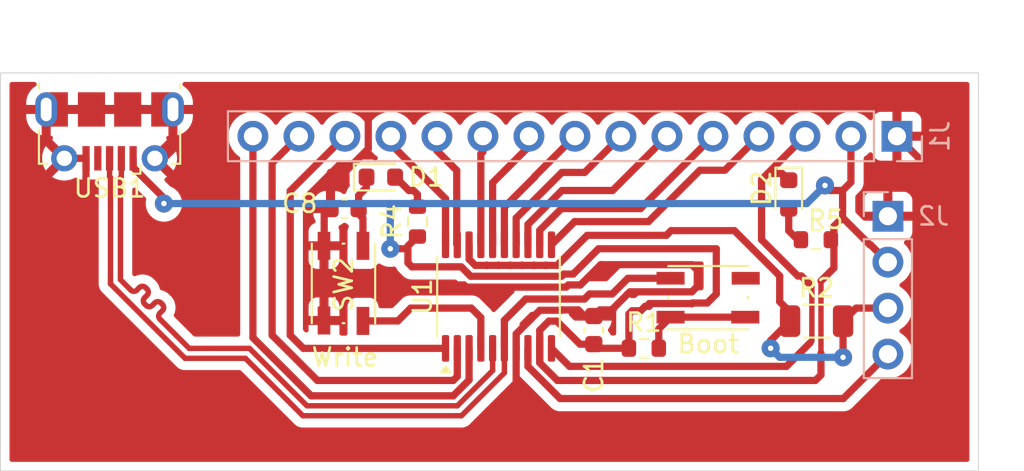
<source format=kicad_pcb>
(kicad_pcb (version 20241229) (generator "pcbnew") (generator_version "9.0")
  (layers (0 "F.Cu" signal) (2 "B.Cu" signal) (13 "F.Paste" user) (15 "B.Paste" user) (5 "F.SilkS" user "F.Silkscreen") (7 "B.SilkS" user "B.Silkscreen") (1 "F.Mask" user) (3 "B.Mask" user) (25 "Edge.Cuts" user))
  (net 0 "")
  (net 1 "A1")
  (net 2 "VCC")
  (net 3 "D7")
  (net 4 "D3")
  (net 5 "A2")
  (net 6 "A3")
  (net 7 "A0")
  (net 8 "D5")
  (net 9 "D4")
  (net 10 "D2")
  (net 11 "WRITE")
  (net 12 "GND")
  (net 13 "D0")
  (net 14 "D1")
  (net 15 "D6")
  (net 16 "D-")
  (net 18 "SWCLK")
  (net 19 "SWDIO")
  (net 20 "SW2")
  (net 21 "Net-(R1-Pad2)")
  (net 22 "Net-(D1-A)")
  (net 23 "Net-(D2-A)")
  (net 24 "D+")
  (footprint "Button4Pin:SW_Push_1P1T_NO_Vertical_4Pins" (layer "F.Cu") (at 56.05 25.705)
    (property "Reference" "SW1" (hide yes))
    (property "Value" "Boot" (at 0 2.55 0) (layer "F.SilkS"))
    (fp_line (start -2.2 0.05) (end -2.2 -0.05) (stroke (width 0.12)) (layer "F.SilkS"))
    (fp_line (start -2.2 1.75) (end 2.2 1.75) (stroke (width 0.12)) (layer "F.SilkS"))
    (fp_line (start 2.2 -1.75) (end -2.2 -1.75) (stroke (width 0.12)) (layer "F.SilkS"))
    (fp_line (start 2.2 0.05) (end 2.2 -0.05) (stroke (width 0.12)) (layer "F.SilkS"))
    (pad "1" smd rect (at -2.075 -1.075) (size 1.55 0.7) (layers "F.Cu" "F.Mask" "F.Paste") (net 24 "D+"))
    (pad "1" smd rect (at 2.075 -1.075) (size 1.55 0.7) (layers "F.Cu" "F.Mask" "F.Paste") (net 24 "D+"))
    (pad "2" smd rect (at -2.075 1.075) (size 1.55 0.7) (layers "F.Cu" "F.Mask" "F.Paste") (net 21 "Net-(R1-Pad2)"))
    (pad "2" smd rect (at 2.05 1.075) (size 1.55 0.7) (layers "F.Cu" "F.Mask" "F.Paste") (net 21 "Net-(R1-Pad2)"))
  )
  (footprint "Resistor_SMD:R_0603_1608Metric" (layer "F.Cu") (at 62 22.5 180)
    (property "Reference" "R5" (at -0.539716 1.113758 180) (layer "F.SilkS"))
    (property "Value" "1k")
    (fp_line (start -0.237258 0.5225) (end 0.237258 0.5225) (stroke (width 0.12)) (layer "F.SilkS"))
    (fp_line (start -0.237258 -0.5225) (end 0.237258 -0.5225) (stroke (width 0.12)) (layer "F.SilkS"))
    (pad "1" smd roundrect (at -0.825 0 180) (size 0.8 0.95) (layers "F.Cu" "F.Mask" "F.Paste") (net 2 "VCC"))
    (pad "2" smd roundrect (at 0.825 0 180) (size 0.8 0.95) (layers "F.Cu" "F.Mask" "F.Paste") (net 23 "Net-(D2-A)"))
  )
  (footprint "Connector_USB:USB_Micro-B_Molex-105017-0001" (layer "F.Cu") (at 23 16.5375 180)
    (property "Reference" "USB1" (at 0 -3.1125 180) (layer "F.SilkS"))
    (property "Value" "USB_B_Micro")
    (fp_line (start 3.9 2.6375) (end 3.9 2.3875) (stroke (width 0.12)) (layer "F.SilkS"))
    (fp_line (start 3.9 0.0875) (end 3.9 -1.7625) (stroke (width 0.12)) (layer "F.SilkS"))
    (fp_line (start 3.9 -1.7625) (end 3.45 -1.7625) (stroke (width 0.12)) (layer "F.SilkS"))
    (fp_line (start -1.7 -2.3125) (end -1.25 -2.3125) (stroke (width 0.12)) (layer "F.SilkS"))
    (fp_line (start -1.7 -2.3125) (end -1.7 -1.8625) (stroke (width 0.12)) (layer "F.SilkS"))
    (fp_line (start -3.9 2.6375) (end -3.9 2.3875) (stroke (width 0.12)) (layer "F.SilkS"))
    (fp_line (start -3.9 0.0875) (end -3.9 -1.7625) (stroke (width 0.12)) (layer "F.SilkS"))
    (fp_line (start -3.9 -1.7625) (end -3.45 -1.7625) (stroke (width 0.12)) (layer "F.SilkS"))
    (pad "1" smd rect (at -1.3 -1.4625 180) (size 0.4 1.35) (layers "F.Cu" "F.Mask" "F.Paste") (net 2 "VCC"))
    (pad "2" smd rect (at -0.65 -1.4625 180) (size 0.4 1.35) (layers "F.Cu" "F.Mask" "F.Paste") (net 16 "D-"))
    (pad "3" smd rect (at 0 -1.4625 180) (size 0.4 1.35) (layers "F.Cu" "F.Mask" "F.Paste") (net 24 "D+"))
    (pad "4" smd rect (at 0.65 -1.4625 180) (size 0.4 1.35) (layers "F.Cu" "F.Mask" "F.Paste"))
    (pad "5" smd rect (at 1.3 -1.4625 180) (size 0.4 1.35) (layers "F.Cu" "F.Mask" "F.Paste") (net 12 "GND"))
    (pad "6" thru_hole oval (at -3.5 1.2375) (size 1.2 1.9) (drill oval 0.6 1.3) (property pad_prop_heatsink) (layers "*.Cu" "*.Mask") (net 12 "GND"))
    (pad "6" smd rect (at -2.9 1.2375 180) (size 1.2 1.9) (layers "F.Cu" "F.Mask") (net 12 "GND"))
    (pad "6" thru_hole circle (at -2.5 -1.4625 180) (size 1.45 1.45) (drill 0.85) (property pad_prop_heatsink) (layers "*.Cu" "*.Mask") (net 12 "GND"))
    (pad "6" smd rect (at -1 1.2375 180) (size 1.5 1.9) (layers "F.Cu" "F.Mask" "F.Paste") (net 12 "GND"))
    (pad "6" smd rect (at 1 1.2375 180) (size 1.5 1.9) (layers "F.Cu" "F.Mask" "F.Paste") (net 12 "GND"))
    (pad "6" thru_hole circle (at 2.5 -1.4625 180) (size 1.45 1.45) (drill 0.85) (property pad_prop_heatsink) (layers "*.Cu" "*.Mask") (net 12 "GND"))
    (pad "6" smd rect (at 2.9 1.2375 180) (size 1.2 1.9) (layers "F.Cu" "F.Mask") (net 12 "GND"))
    (pad "6" thru_hole oval (at 3.5 1.2375 180) (size 1.2 1.9) (drill oval 0.6 1.3) (property pad_prop_heatsink) (layers "*.Cu" "*.Mask") (net 12 "GND"))
  )
  (footprint "Button4Pin:SW_Push_1P1T_NO_Vertical_4Pins" (layer "F.Cu") (at 35.914853 24.914238 -90)
    (property "Reference" "SW2" (hide yes))
    (property "Value" "Write" (at 4.085762 -0.085147 0) (layer "F.SilkS"))
    (fp_line (start -2.2 1.75) (end 2.2 1.75) (stroke (width 0.12)) (layer "F.SilkS"))
    (fp_line (start -2.2 0.05) (end -2.2 -0.05) (stroke (width 0.12)) (layer "F.SilkS"))
    (fp_line (start 2.2 0.05) (end 2.2 -0.05) (stroke (width 0.12)) (layer "F.SilkS"))
    (fp_line (start 2.2 -1.75) (end -2.2 -1.75) (stroke (width 0.12)) (layer "F.SilkS"))
    (fp_text user "${REFERENCE}" (at 0.05 0 90) (layer "F.SilkS"))
    (pad "1" smd rect (at -2.075 -1.075 270) (size 1.55 0.7) (layers "F.Cu" "F.Mask" "F.Paste") (net 20 "SW2"))
    (pad "1" smd rect (at 2.075 -1.075 270) (size 1.55 0.7) (layers "F.Cu" "F.Mask" "F.Paste") (net 20 "SW2"))
    (pad "2" smd rect (at -2.075 1.075 270) (size 1.55 0.7) (layers "F.Cu" "F.Mask" "F.Paste") (net 12 "GND"))
    (pad "2" smd rect (at 2.05 1.075 270) (size 1.55 0.7) (layers "F.Cu" "F.Mask" "F.Paste") (net 12 "GND"))
  )
  (footprint "Package_SO:TSSOP-20_4.4x6.5mm_P0.65mm" (layer "F.Cu") (at 44.475 25.6425 90)
    (property "Reference" "U1" (at 0 -4.2 90) (layer "F.SilkS"))
    (property "Value" "CH32X033F8P6")
    (fp_line (start 0 -3.385) (end 2.2 -3.385) (stroke (width 0.12)) (layer "F.SilkS"))
    (fp_line (start 0 -3.385) (end -2.2 -3.385) (stroke (width 0.12)) (layer "F.SilkS"))
    (fp_line (start 0 3.385) (end 2.2 3.385) (stroke (width 0.12)) (layer "F.SilkS"))
    (fp_line (start 0 3.385) (end -2.2 3.385) (stroke (width 0.12)) (layer "F.SilkS"))
    (fp_poly (pts (xy -3.86 -2.925) (xy -4.19 -2.685) (xy -4.19 -3.165)) (stroke (width 0.12)) (fill yes) (layer "F.SilkS"))
    (pad "1" smd roundrect (at -2.8625 -2.925 90) (size 1.475 0.4) (layers "F.Cu" "F.Mask" "F.Paste") (net 15 "D6"))
    (pad "2" smd roundrect (at -2.8625 -2.275 90) (size 1.475 0.4) (layers "F.Cu" "F.Mask" "F.Paste") (net 3 "D7"))
    (pad "3" smd roundrect (at -2.8625 -1.625 90) (size 1.475 0.4) (layers "F.Cu" "F.Mask" "F.Paste") (net 11 "WRITE"))
    (pad "4" smd roundrect (at -2.8625 -0.975 90) (size 1.475 0.4) (layers "F.Cu" "F.Mask" "F.Paste") (net 20 "SW2"))
    (pad "5" smd roundrect (at -2.8625 -0.325 90) (size 1.475 0.4) (layers "F.Cu" "F.Mask" "F.Paste") (net 16 "D-"))
    (pad "6" smd roundrect (at -2.8625 0.325 90) (size 1.475 0.4) (layers "F.Cu" "F.Mask" "F.Paste") (net 24 "D+"))
    (pad "7" smd roundrect (at -2.8625 0.975 90) (size 1.475 0.4) (layers "F.Cu" "F.Mask" "F.Paste") (net 12 "GND"))
    (pad "8" smd roundrect (at -2.8625 1.625 90) (size 1.475 0.4) (layers "F.Cu" "F.Mask" "F.Paste") (net 19 "SWDIO"))
    (pad "9" smd roundrect (at -2.8625 2.275 90) (size 1.475 0.4) (layers "F.Cu" "F.Mask" "F.Paste") (net 2 "VCC"))
    (pad "10" smd roundrect (at -2.8625 2.925 90) (size 1.475 0.4) (layers "F.Cu" "F.Mask" "F.Paste") (net 7 "A0"))
    (pad "11" smd roundrect (at 2.8625 2.925 90) (size 1.475 0.4) (layers "F.Cu" "F.Mask" "F.Paste") (net 1 "A1"))
    (pad "12" smd roundrect (at 2.8625 2.275 90) (size 1.475 0.4) (layers "F.Cu" "F.Mask" "F.Paste") (net 5 "A2"))
    (pad "13" smd roundrect (at 2.8625 1.625 90) (size 1.475 0.4) (layers "F.Cu" "F.Mask" "F.Paste") (net 6 "A3"))
    (pad "14" smd roundrect (at 2.8625 0.975 90) (size 1.475 0.4) (layers "F.Cu" "F.Mask" "F.Paste") (net 13 "D0"))
    (pad "15" smd roundrect (at 2.8625 0.325 90) (size 1.475 0.4) (layers "F.Cu" "F.Mask" "F.Paste") (net 14 "D1"))
    (pad "16" smd roundrect (at 2.8625 -0.325 90) (size 1.475 0.4) (layers "F.Cu" "F.Mask" "F.Paste") (net 10 "D2"))
    (pad "17" smd roundrect (at 2.8625 -0.975 90) (size 1.475 0.4) (layers "F.Cu" "F.Mask" "F.Paste") (net 4 "D3"))
    (pad "18" smd roundrect (at 2.8625 -1.625 90) (size 1.475 0.4) (layers "F.Cu" "F.Mask" "F.Paste") (net 18 "SWCLK"))
    (pad "19" smd roundrect (at 2.8625 -2.275 90) (size 1.475 0.4) (layers "F.Cu" "F.Mask" "F.Paste") (net 9 "D4"))
    (pad "20" smd roundrect (at 2.8625 -2.925 90) (size 1.475 0.4) (layers "F.Cu" "F.Mask" "F.Paste") (net 8 "D5"))
  )
  (footprint "LED_SMD:LED_0603_1608Metric" (layer "F.Cu") (at 60.5 20 -90)
    (property "Reference" "D2" (at -0.3425 1.5 270) (layer "F.SilkS"))
    (property "Value" "LED")
    (fp_line (start -1.485 0.735) (end 0.8 0.735) (stroke (width 0.12)) (layer "F.SilkS"))
    (fp_line (start -1.485 -0.735) (end -1.485 0.735) (stroke (width 0.12)) (layer "F.SilkS"))
    (fp_line (start 0.8 -0.735) (end -1.485 -0.735) (stroke (width 0.12)) (layer "F.SilkS"))
    (pad "1" smd roundrect (at -0.7875 0 270) (size 0.875 0.95) (layers "F.Cu" "F.Mask" "F.Paste") (net 7 "A0"))
    (pad "2" smd roundrect (at 0.7875 0 270) (size 0.875 0.95) (layers "F.Cu" "F.Mask" "F.Paste") (net 23 "Net-(D2-A)"))
  )
  (footprint "Resistor_SMD:R_0603_1608Metric" (layer "F.Cu") (at 40 21.5 90)
    (property "Reference" "R4" (at 0 -1.43 90) (layer "F.SilkS"))
    (property "Value" "1k")
    (fp_line (start -0.237258 -0.5225) (end 0.237258 -0.5225) (stroke (width 0.12)) (layer "F.SilkS"))
    (fp_line (start -0.237258 0.5225) (end 0.237258 0.5225) (stroke (width 0.12)) (layer "F.SilkS"))
    (pad "1" smd roundrect (at -0.825 0 90) (size 0.8 0.95) (layers "F.Cu" "F.Mask" "F.Paste") (net 2 "VCC"))
    (pad "2" smd roundrect (at 0.825 0 90) (size 0.8 0.95) (layers "F.Cu" "F.Mask" "F.Paste") (net 22 "Net-(D1-A)"))
  )
  (footprint "Capacitor_SMD:C_0603_1608Metric" (layer "F.Cu") (at 35.975 20.78 180)
    (property "Reference" "C8" (at 2.475 0.28 180) (layer "F.SilkS"))
    (property "Value" "0.1uF")
    (fp_line (start -0.14058 0.51) (end 0.14058 0.51) (stroke (width 0.12)) (layer "F.SilkS"))
    (fp_line (start -0.14058 -0.51) (end 0.14058 -0.51) (stroke (width 0.12)) (layer "F.SilkS"))
    (pad "1" smd roundrect (at -0.775 0 180) (size 0.9 0.95) (layers "F.Cu" "F.Mask" "F.Paste") (net 20 "SW2"))
    (pad "2" smd roundrect (at 0.775 0 180) (size 0.9 0.95) (layers "F.Cu" "F.Mask" "F.Paste") (net 12 "GND"))
  )
  (footprint "LED_SMD:LED_0603_1608Metric" (layer "F.Cu") (at 37.976568 19.041212)
    (property "Reference" "D1" (at 2.523432 0 0) (layer "F.SilkS"))
    (property "Value" "LED")
    (fp_line (start -1.485 -0.735) (end -1.485 0.735) (stroke (width 0.12)) (layer "F.SilkS"))
    (fp_line (start -1.485 0.735) (end 0.8 0.735) (stroke (width 0.12)) (layer "F.SilkS"))
    (fp_line (start 0.8 -0.735) (end -1.485 -0.735) (stroke (width 0.12)) (layer "F.SilkS"))
    (pad "1" smd roundrect (at -0.7875 0) (size 0.875 0.95) (layers "F.Cu" "F.Mask" "F.Paste") (net 20 "SW2"))
    (pad "2" smd roundrect (at 0.7875 0) (size 0.875 0.95) (layers "F.Cu" "F.Mask" "F.Paste") (net 22 "Net-(D1-A)"))
  )
  (footprint "Capacitor_SMD:C_0603_1608Metric" (layer "F.Cu") (at 49.737577 27.495152 90)
    (property "Reference" "C1" (at -2.5 0 90) (layer "F.SilkS"))
    (property "Value" "1uF")
    (fp_line (start -0.14058 -0.51) (end 0.14058 -0.51) (stroke (width 0.12)) (layer "F.SilkS"))
    (fp_line (start -0.14058 0.51) (end 0.14058 0.51) (stroke (width 0.12)) (layer "F.SilkS"))
    (pad "1" smd roundrect (at -0.775 0 90) (size 0.9 0.95) (layers "F.Cu" "F.Mask" "F.Paste") (net 2 "VCC"))
    (pad "2" smd roundrect (at 0.775 0 90) (size 0.9 0.95) (layers "F.Cu" "F.Mask" "F.Paste") (net 12 "GND"))
  )
  (footprint "Resistor_SMD:R_0603_1608Metric" (layer "F.Cu") (at 52.5 28.5)
    (property "Reference" "R1" (at 0 -1.43 0) (layer "F.SilkS"))
    (property "Value" "4k7")
    (fp_line (start -0.237258 -0.5225) (end 0.237258 -0.5225) (stroke (width 0.12)) (layer "F.SilkS"))
    (fp_line (start -0.237258 0.5225) (end 0.237258 0.5225) (stroke (width 0.12)) (layer "F.SilkS"))
    (pad "1" smd roundrect (at -0.825 0) (size 0.8 0.95) (layers "F.Cu" "F.Mask" "F.Paste") (net 2 "VCC"))
    (pad "2" smd roundrect (at 0.825 0) (size 0.8 0.95) (layers "F.Cu" "F.Mask" "F.Paste") (net 21 "Net-(R1-Pad2)"))
  )
  (footprint "Resistor_SMD:R_1206_3216Metric" (layer "F.Cu") (at 62.0375 27)
    (property "Reference" "R2" (at 0 -1.83 0) (layer "F.SilkS"))
    (property "Value" "0")
    (fp_line (start -0.727064 -0.91) (end 0.727064 -0.91) (stroke (width 0.12)) (layer "F.SilkS"))
    (fp_line (start -0.727064 0.91) (end 0.727064 0.91) (stroke (width 0.12)) (layer "F.SilkS"))
    (pad "1" smd roundrect (at -1.4625 0) (size 1.125 1.75) (layers "F.Cu" "F.Mask" "F.Paste") (roundrect_rratio 0.222222) (net 18 "SWCLK"))
    (pad "2" smd roundrect (at 1.4625 0) (size 1.125 1.75) (layers "F.Cu" "F.Mask" "F.Paste") (roundrect_rratio 0.222222) (net 18 "SWCLK"))
  )
  (footprint "Connector_PinHeader_2.54mm:PinHeader_1x15_P2.54mm_Vertical" (layer "B.Cu") (at 66.475 16.78 90)
    (property "Reference" "J1" (at 0 2.38 90) (layer "B.SilkS") (effects (justify mirror)))
    (property "Value" "Conn_01x15_Socket")
    (fp_line (start -1.38 -36.94) (end 1.38 -36.94) (stroke (width 0.12)) (layer "B.SilkS"))
    (fp_line (start 1.38 -1.27) (end 1.38 -36.94) (stroke (width 0.12)) (layer "B.SilkS"))
    (fp_line (start -1.38 -1.27) (end -1.38 -36.94) (stroke (width 0.12)) (layer "B.SilkS"))
    (fp_line (start -1.38 -1.27) (end 1.38 -1.27) (stroke (width 0.12)) (layer "B.SilkS"))
    (fp_line (start -1.38 0) (end -1.38 1.38) (stroke (width 0.12)) (layer "B.SilkS"))
    (fp_line (start -1.38 1.38) (end 0 1.38) (stroke (width 0.12)) (layer "B.SilkS"))
    (pad "1" thru_hole rect (at 0 0 90) (size 1.7 1.7) (drill 1) (layers "*.Cu" "*.Mask") (net 12 "GND"))
    (pad "2" thru_hole circle (at 0 -2.54 90) (size 1.7 1.7) (drill 1) (layers "*.Cu" "*.Mask") (net 2 "VCC"))
    (pad "3" thru_hole circle (at 0 -5.08 90) (size 1.7 1.7) (drill 1) (layers "*.Cu" "*.Mask") (net 7 "A0"))
    (pad "4" thru_hole circle (at 0 -7.62 90) (size 1.7 1.7) (drill 1) (layers "*.Cu" "*.Mask") (net 1 "A1"))
    (pad "5" thru_hole circle (at 0 -10.16 90) (size 1.7 1.7) (drill 1) (layers "*.Cu" "*.Mask") (net 5 "A2"))
    (pad "6" thru_hole circle (at 0 -12.7 90) (size 1.7 1.7) (drill 1) (layers "*.Cu" "*.Mask") (net 6 "A3"))
    (pad "7" thru_hole circle (at 0 -15.24 90) (size 1.7 1.7) (drill 1) (layers "*.Cu" "*.Mask") (net 13 "D0"))
    (pad "8" thru_hole circle (at 0 -17.78 90) (size 1.7 1.7) (drill 1) (layers "*.Cu" "*.Mask") (net 14 "D1"))
    (pad "9" thru_hole circle (at 0 -20.32 90) (size 1.7 1.7) (drill 1) (layers "*.Cu" "*.Mask") (net 10 "D2"))
    (pad "10" thru_hole circle (at 0 -22.86 90) (size 1.7 1.7) (drill 1) (layers "*.Cu" "*.Mask") (net 4 "D3"))
    (pad "11" thru_hole circle (at 0 -25.4 90) (size 1.7 1.7) (drill 1) (layers "*.Cu" "*.Mask") (net 9 "D4"))
    (pad "12" thru_hole circle (at 0 -27.94 90) (size 1.7 1.7) (drill 1) (layers "*.Cu" "*.Mask") (net 8 "D5"))
    (pad "13" thru_hole circle (at 0 -30.48 90) (size 1.7 1.7) (drill 1) (layers "*.Cu" "*.Mask") (net 15 "D6"))
    (pad "14" thru_hole circle (at 0 -33.02 90) (size 1.7 1.7) (drill 1) (layers "*.Cu" "*.Mask") (net 3 "D7"))
    (pad "15" thru_hole circle (at 0 -35.56 90) (size 1.7 1.7) (drill 1) (layers "*.Cu" "*.Mask") (net 11 "WRITE"))
  )
  (footprint "Connector_PinSocket_2.54mm:PinSocket_1x04_P2.54mm_Vertical" (layer "B.Cu") (at 65.975 21.2 180)
    (property "Reference" "J2" (at -2.525 0 0) (layer "B.SilkS") (effects (justify mirror)))
    (property "Value" "Conn_01x04_Socket")
    (fp_line (start 1.33 1.33) (end 1.33 0) (stroke (width 0.12)) (layer "B.SilkS"))
    (fp_line (start 1.33 -1.27) (end 1.33 -8.95) (stroke (width 0.12)) (layer "B.SilkS"))
    (fp_line (start 0 1.33) (end 1.33 1.33) (stroke (width 0.12)) (layer "B.SilkS"))
    (fp_line (start -1.33 -1.27) (end 1.33 -1.27) (stroke (width 0.12)) (layer "B.SilkS"))
    (fp_line (start -1.33 -1.27) (end -1.33 -8.95) (stroke (width 0.12)) (layer "B.SilkS"))
    (fp_line (start -1.33 -8.95) (end 1.33 -8.95) (stroke (width 0.12)) (layer "B.SilkS"))
    (pad "1" thru_hole rect (at 0 0 180) (size 1.7 1.7) (drill 1) (layers "*.Cu" "*.Mask") (net 12 "GND"))
    (pad "2" thru_hole circle (at 0 -2.54 180) (size 1.7 1.7) (drill 1) (layers "*.Cu" "*.Mask") (net 2 "VCC"))
    (pad "3" thru_hole circle (at 0 -5.08 180) (size 1.7 1.7) (drill 1) (layers "*.Cu" "*.Mask") (net 18 "SWCLK"))
    (pad "4" thru_hole circle (at 0 -7.62 180) (size 1.7 1.7) (drill 1) (layers "*.Cu" "*.Mask") (net 19 "SWDIO"))
  )
  (gr_rect (start 16.975 13.28) (end 70.975 35.28) (stroke (width 0.05)) (fill no) (layer "Edge.Cuts"))
  (segment (start 56.975 18.66) (end 58.855 16.78) (width 0.4) (layer "F.Cu") (net 1))
  (segment (start 52.755 21.5) (end 55.595 18.66) (width 0.4) (layer "F.Cu") (net 1))
  (segment (start 48.68 21.5) (end 52.755 21.5) (width 0.4) (layer "F.Cu") (net 1))
  (segment (start 55.595 18.66) (end 56.975 18.66) (width 0.4) (layer "F.Cu") (net 1))
  (segment (start 47.4 22.78) (end 48.68 21.5) (width 0.4) (layer "F.Cu") (net 1))
  (segment (start 24.3 18) (end 24.3 18.5) (width 0.4) (layer "F.Cu") (net 2))
  (segment (start 46.75 27.505) (end 46.75 28.505) (width 0.4) (layer "F.Cu") (net 2))
  (segment (start 62.279722 29.975278) (end 61.975 30.28) (width 0.4) (layer "F.Cu") (net 2))
  (segment (start 61.975 30.28) (end 47.726208 30.28) (width 0.4) (layer "F.Cu") (net 2))
  (segment (start 62.279722 24.78) (end 62.995 24.064722) (width 0.4) (layer "F.Cu") (net 2))
  (segment (start 65.015 22.78) (end 64.975 22.78) (width 0.4) (layer "F.Cu") (net 2))
  (segment (start 46.75 29.303792) (end 46.75 28.505) (width 0.4) (layer "F.Cu") (net 2))
  (segment (start 39.475 23.78) (end 39.475 23) (width 0.4) (layer "F.Cu") (net 2))
  (segment (start 52.5773 26.179) (end 52.799 26.179) (width 0.4) (layer "F.Cu") (net 2))
  (segment (start 51.675 28.5) (end 51.675 26.600758) (width 0.4) (layer "F.Cu") (net 2))
  (segment (start 50 23) (end 48.601 24.399) (width 0.4) (layer "F.Cu") (net 2))
  (segment (start 24.3 18.5) (end 26 20.2) (width 0.4) (layer "F.Cu") (net 2))
  (segment (start 63.475 19.78) (end 63.935 19.32) (width 0.4) (layer "F.Cu") (net 2))
  (segment (start 62.78 19.78) (end 63.475 19.78) (width 0.4) (layer "F.Cu") (net 2))
  (segment (start 39.475 22.85) (end 40 22.325) (width 0.4) (layer "F.Cu") (net 2))
  (segment (start 51.848368 26.42739) (end 52.32891 26.42739) (width 0.4) (layer "F.Cu") (net 2))
  (segment (start 62.279722 28.78) (end 62.279722 24.78) (width 0.3) (layer "F.Cu") (net 2))
  (segment (start 48.601 24.399) (end 48.079734 24.399) (width 0.4) (layer "F.Cu") (net 2))
  (segment (start 39.695 24) (end 39.475 23.78) (width 0.4) (layer "F.Cu") (net 2))
  (segment (start 63.475 21.28) (end 63.475 19.78) (width 0.4) (layer "F.Cu") (net 2))
  (segment (start 51.675 26.600758) (end 51.848368 26.42739) (width 0.4) (layer "F.Cu") (net 2))
  (segment (start 47.959234 24.5195) (end 42.940766 24.5195) (width 0.4) (layer "F.Cu") (net 2))
  (segment (start 48.079734 24.399) (end 47.959234 24.5195) (width 0.4) (layer "F.Cu") (net 2))
  (segment (start 47.726208 30.28) (end 46.75 29.303792) (width 0.4) (layer "F.Cu") (net 2))
  (segment (start 56.5 23) (end 50 23) (width 0.4) (layer "F.Cu") (net 2))
  (segment (start 52.799 26.029) (end 55.151 26.029) (width 0.4) (layer "F.Cu") (net 2))
  (segment (start 49.906242 28.5) (end 49.681242 28.275) (width 0.4) (layer "F.Cu") (net 2))
  (segment (start 62.825 22.5) (end 62.995 22.5) (width 0.4) (layer "F.Cu") (net 2))
  (segment (start 51.675 28.5) (end 49.906242 28.5) (width 0.4) (layer "F.Cu") (net 2))
  (segment (start 52.32891 26.42739) (end 52.5773 26.179) (width 0.4) (layer "F.Cu") (net 2))
  (segment (start 49.681242 28.275) (end 48.97161 28.275) (width 0.4) (layer "F.Cu") (net 2))
  (segment (start 56.5 25.5) (end 56.5 23) (width 0.4) (layer "F.Cu") (net 2))
  (segment (start 42.421266 24) (end 39.695 24) (width 0.4) (layer "F.Cu") (net 2))
  (segment (start 42.940766 24.5195) (end 42.421266 24) (width 0.4) (layer "F.Cu") (net 2))
  (segment (start 39.475 23) (end 38.5 23) (width 0.4) (layer "F.Cu") (net 2))
  (segment (start 62.995 22.5) (end 62.995 21.76) (width 0.4) (layer "F.Cu") (net 2))
  (segment (start 63.935 19.32) (end 63.935 16.78) (width 0.4) (layer "F.Cu") (net 2))
  (segment (start 56 26) (end 56.5 25.5) (width 0.4) (layer "F.Cu") (net 2))
  (segment (start 47.69661 27) (end 47.255 27) (width 0.4) (layer "F.Cu") (net 2))
  (segment (start 62.995 21.76) (end 63.475 21.28) (width 0.4) (layer "F.Cu") (net 2))
  (segment (start 55.195 26) (end 56 26) (width 0.4) (layer "F.Cu") (net 2))
  (segment (start 62.279722 28.78) (end 62.279722 29.975278) (width 0.4) (layer "F.Cu") (net 2))
  (segment (start 39.475 23) (end 39.475 22.85) (width 0.4) (layer "F.Cu") (net 2))
  (segment (start 65.975 23.74) (end 65.015 22.78) (width 0.4) (layer "F.Cu") (net 2))
  (segment (start 55.151 26.044) (end 55.195 26) (width 0.4) (layer "F.Cu") (net 2))
  (segment (start 47.255 27) (end 46.75 27.505) (width 0.4) (layer "F.Cu") (net 2))
  (segment (start 55.151 26.029) (end 55.151 26.044) (width 0.4) (layer "F.Cu") (net 2))
  (segment (start 62.995 24.064722) (end 62.995 22.5) (width 0.4) (layer "F.Cu") (net 2))
  (segment (start 52.799 26.179) (end 52.799 26.029) (width 0.4) (layer "F.Cu") (net 2))
  (segment (start 48.97161 28.275) (end 47.69661 27) (width 0.4) (layer "F.Cu") (net 2))
  (segment (start 62.5 19.5) (end 62.78 19.78) (width 0.4) (layer "F.Cu") (net 2))
  (segment (start 26 20.2) (end 26 20.5) (width 0.4) (layer "F.Cu") (net 2))
  (segment (start 64.975 22.78) (end 63.475 21.28) (width 0.4) (layer "F.Cu") (net 2))
  (via (at 38.5 23) (size 1) (drill 0.3) (layers "F.Cu" "B.Cu") (net 2))
  (via (at 26 20.5) (size 1) (drill 0.3) (layers "F.Cu" "B.Cu") (net 2))
  (via (at 62.5 19.5) (size 1) (drill 0.3) (layers "F.Cu" "B.Cu") (net 2))
  (segment (start 38.5 23) (end 38.5 20.5) (width 0.4) (layer "B.Cu") (net 2))
  (segment (start 38.5 20.5) (end 61.5 20.5) (width 0.4) (layer "B.Cu") (net 2))
  (segment (start 26 20.5) (end 38.5 20.5) (width 0.4) (layer "B.Cu") (net 2))
  (segment (start 61.5 20.5) (end 62.5 19.5) (width 0.4) (layer "B.Cu") (net 2))
  (segment (start 34.475 30.28) (end 31.975 27.78) (width 0.4) (layer "F.Cu") (net 3))
  (segment (start 41.975 30.28) (end 34.475 30.28) (width 0.4) (layer "F.Cu") (net 3))
  (segment (start 42.2 28.505) (end 42.2 30.055) (width 0.4) (layer "F.Cu") (net 3))
  (segment (start 31.975 27.78) (end 31.975 18.26) (width 0.4) (layer "F.Cu") (net 3))
  (segment (start 31.975 18.26) (end 33.455 16.78) (width 0.4) (layer "F.Cu") (net 3))
  (segment (start 42.2 30.055) (end 41.975 30.28) (width 0.4) (layer "F.Cu") (net 3))
  (segment (start 43.5 17.755) (end 43.615 17.64) (width 0.4) (layer "F.Cu") (net 4))
  (segment (start 43.5 22.78) (end 43.5 17.755) (width 0.4) (layer "F.Cu") (net 4))
  (segment (start 43.615 17.64) (end 43.615 16.78) (width 0.4) (layer "F.Cu") (net 4))
  (segment (start 46.75 21.981208) (end 47.951208 20.78) (width 0.4) (layer "F.Cu") (net 5))
  (segment (start 52.315 20.78) (end 56.315 16.78) (width 0.4) (layer "F.Cu") (net 5))
  (segment (start 46.75 22.78) (end 46.75 21.981208) (width 0.4) (layer "F.Cu") (net 5))
  (segment (start 47.951208 20.78) (end 52.315 20.78) (width 0.4) (layer "F.Cu") (net 5))
  (segment (start 50.775 19.78) (end 53.775 16.78) (width 0.4) (layer "F.Cu") (net 6))
  (segment (start 46.1 21.655) (end 47.975 19.78) (width 0.4) (layer "F.Cu") (net 6))
  (segment (start 46.1 22.78) (end 46.1 21.655) (width 0.4) (layer "F.Cu") (net 6))
  (segment (start 47.975 19.78) (end 50.775 19.78) (width 0.4) (layer "F.Cu") (net 6))
  (segment (start 48.395 29.5) (end 47.4 28.505) (width 0.4) (layer "F.Cu") (net 7))
  (segment (start 61.778722 28.098264) (end 61.678722 28.198264) (width 0.3) (layer "F.Cu") (net 7))
  (segment (start 61.678722 28.198264) (end 60.376986 29.5) (width 0.4) (layer "F.Cu") (net 7))
  (segment (start 61.395 16.78) (end 59.3375 18.8375) (width 0.4) (layer "F.Cu") (net 7))
  (segment (start 60.125 18.8375) (end 59.3375 18.8375) (width 0.4) (layer "F.Cu") (net 7))
  (segment (start 61.678722 24.983722) (end 61.778722 25.083722) (width 0.3) (layer "F.Cu") (net 7))
  (segment (start 60.376986 29.5) (end 48.395 29.5) (width 0.4) (layer "F.Cu") (net 7))
  (segment (start 59 22.5) (end 61.006 24.506) (width 0.4) (layer "F.Cu") (net 7))
  (segment (start 61.201 24.506) (end 61.678722 24.983722) (width 0.4) (layer "F.Cu") (net 7))
  (segment (start 61.006 24.506) (end 61.201 24.506) (width 0.4) (layer "F.Cu") (net 7))
  (segment (start 60.5 19.2125) (end 60.125 18.8375) (width 0.4) (layer "F.Cu") (net 7))
  (segment (start 61.778722 25.083722) (end 61.778722 28.098264) (width 0.3) (layer "F.Cu") (net 7))
  (segment (start 59.3375 18.8375) (end 59 19.175) (width 0.4) (layer "F.Cu") (net 7))
  (segment (start 59 19.175) (end 59 22.5) (width 0.4) (layer "F.Cu") (net 7))
  (segment (start 41.55 22.78) (end 41.55 20.235) (width 0.4) (layer "F.Cu") (net 8))
  (segment (start 38.535 17.22) (end 38.535 16.78) (width 0.4) (layer "F.Cu") (net 8))
  (segment (start 41.55 20.235) (end 38.535 17.22) (width 0.4) (layer "F.Cu") (net 8))
  (segment (start 42.2 22.78) (end 42.169023 22.749023) (width 0.4) (layer "F.Cu") (net 9))
  (segment (start 41.075 17.575) (end 41.075 16.78) (width 0.4) (layer "F.Cu") (net 9))
  (segment (start 42.169023 22.749023) (end 42.169023 18.669023) (width 0.4) (layer "F.Cu") (net 9))
  (segment (start 42.169023 18.669023) (end 41.075 17.575) (width 0.4) (layer "F.Cu") (net 9))
  (segment (start 44.15 19.35) (end 44.15 22.78) (width 0.4) (layer "F.Cu") (net 10))
  (segment (start 46.155 17.345) (end 44.15 19.35) (width 0.4) (layer "F.Cu") (net 10))
  (segment (start 46.155 16.78) (end 46.155 17.345) (width 0.4) (layer "F.Cu") (net 10))
  (segment (start 42.85 30.254942) (end 41.976459 31.128483) (width 0.4) (layer "F.Cu") (net 11))
  (segment (start 41.976459 31.128483) (end 34.128483 31.128483) (width 0.4) (layer "F.Cu") (net 11))
  (segment (start 42.85 28.505) (end 42.85 30.254942) (width 0.4) (layer "F.Cu") (net 11))
  (segment (start 30.915 27.915) (end 30.915 16.78) (width 0.4) (layer "F.Cu") (net 11))
  (segment (start 34.128483 31.128483) (end 30.915 27.915) (width 0.4) (layer "F.Cu") (net 11))
  (segment (start 55.5 24.228) (end 55.151 23.879) (width 0.4) (layer "F.Cu") (net 12))
  (segment (start 21.7 18) (end 20.5 18) (width 0.2) (layer "F.Cu") (net 12))
  (segment (start 67.975 18.28) (end 66.475 16.78) (width 0.4) (layer "F.Cu") (net 12))
  (segment (start 45.45 27.706208) (end 45.45 28.505) (width 0.4) (layer "F.Cu") (net 12))
  (segment (start 67.975 21.78) (end 67.975 18.28) (width 0.4) (layer "F.Cu") (net 12))
  (segment (start 25.475 17.975) (end 25.5 18) (width 0.4) (layer "F.Cu") (net 12))
  (segment (start 34.850058 20.955978) (end 34.876036 20.93) (width 0.4) (layer "F.Cu") (net 12))
  (segment (start 55.151 23.879) (end 50.121 23.879) (width 0.4) (layer "F.Cu") (net 12))
  (segment (start 51.7253 25.381) (end 55.151 25.381) (width 0.4) (layer "F.Cu") (net 12))
  (segment (start 47.945552 26.399) (end 46.757208 26.399) (width 0.4) (layer "F.Cu") (net 12))
  (segment (start 67.975 32.28) (end 67.975 21.78) (width 0.4) (layer "F.Cu") (net 12))
  (segment (start 34.839853 22.839238) (end 34.850058 22.829033) (width 0.4) (layer "F.Cu") (net 12))
  (segment (start 48.328676 25) (end 48.208176 25.1205) (width 0.4) (layer "F.Cu") (net 12))
  (segment (start 49.737577 26.720152) (end 50.076729 26.381) (width 0.4) (layer "F.Cu") (net 12))
  (segment (start 29.22 14.78) (end 26.025 17.975) (width 0.4) (layer "F.Cu") (net 12))
  (segment (start 35.2 20.78) (end 35.2 18.78) (width 0.4) (layer "F.Cu") (net 12))
  (segment (start 34.850058 22.829033) (end 34.850058 20.955978) (width 0.4) (layer "F.Cu") (net 12))
  (segment (start 55.5 25.032) (end 55.5 24.228) (width 0.4) (layer "F.Cu") (net 12))
  (segment (start 50.076729 26.381) (end 50.723942 26.381) (width 0.4) (layer "F.Cu") (net 12))
  (segment (start 49.225 26.725) (end 48.881 26.381) (width 0.4) (layer "F.Cu") (net 12))
  (segment (start 26.025 17.975) (end 25.475 17.975) (width 0.4) (layer "F.Cu") (net 12))
  (segment (start 47.963552 26.381) (end 47.945552 26.399) (width 0.4) (layer "F.Cu") (net 12))
  (segment (start 45.45 30.255) (end 47.475 32.28) (width 0.4) (layer "F.Cu") (net 12))
  (segment (start 35.05 20.93) (end 35.2 20.78) (width 0.4) (layer "F.Cu") (net 12))
  (segment (start 47.475 32.28) (end 67.975 32.28) (width 0.4) (layer "F.Cu") (net 12))
  (segment (start 21.7 18) (end 21.2 18) (width 0.4) (layer "F.Cu") (net 12))
  (segment (start 51.604942 25.5) (end 51.6063 25.5) (width 0.4) (layer "F.Cu") (net 12))
  (segment (start 55.151 25.381) (end 55.5 25.032) (width 0.4) (layer "F.Cu") (net 12))
  (segment (start 35.2 18.78) (end 35.975 18.78) (width 0.4) (layer "F.Cu") (net 12))
  (segment (start 65.975 21.2) (end 67.395 21.2) (width 0.4) (layer "F.Cu") (net 12))
  (segment (start 48.208176 25.1205) (end 42.691824 25.1205) (width 0.4) (layer "F.Cu") (net 12))
  (segment (start 42.691824 25.1205) (end 42.571324 25) (width 0.4) (layer "F.Cu") (net 12))
  (segment (start 49 25) (end 48.328676 25) (width 0.4) (layer "F.Cu") (net 12))
  (segment (start 21.7 19.3) (end 21.5 19.5) (width 0.4) (layer "F.Cu") (net 12))
  (segment (start 34.839853 26.964238) (end 34.839853 22.839238) (width 0.4) (layer "F.Cu") (net 12))
  (segment (start 21.7 18) (end 21.7 19.3) (width 0.4) (layer "F.Cu") (net 12))
  (segment (start 35.975 18.78) (end 37.284 17.471) (width 0.4) (layer "F.Cu") (net 12))
  (segment (start 37.284 15.089) (end 36.975 14.78) (width 0.4) (layer "F.Cu") (net 12))
  (segment (start 51.6063 25.5) (end 51.7253 25.381) (width 0.4) (layer "F.Cu") (net 12))
  (segment (start 67.395 21.2) (end 67.975 21.78) (width 0.4) (layer "F.Cu") (net 12))
  (segment (start 21.2 18) (end 21 18.2) (width 0.2) (layer "F.Cu") (net 12))
  (segment (start 45.45 28.505) (end 45.45 30.255) (width 0.4) (layer "F.Cu") (net 12))
  (segment (start 37.284 17.471) (end 37.284 15.089) (width 0.4) (layer "F.Cu") (net 12))
  (segment (start 42.571324 25) (end 34.839853 25) (width 0.4) (layer "F.Cu") (net 12))
  (segment (start 48.881 26.381) (end 47.963552 26.381) (width 0.4) (layer "F.Cu") (net 12))
  (segment (start 34.876036 20.93) (end 35.05 20.93) (width 0.4) (layer "F.Cu") (net 12))
  (segment (start 50.121 23.879) (end 49 25) (width 0.4) (layer "F.Cu") (net 12))
  (segment (start 36.975 14.78) (end 29.22 14.78) (width 0.4) (layer "F.Cu") (net 12))
  (segment (start 49.5 26.725) (end 49.225 26.725) (width 0.4) (layer "F.Cu") (net 12))
  (segment (start 46.757208 26.399) (end 45.45 27.706208) (width 0.4) (layer "F.Cu") (net 12))
  (segment (start 50.723942 26.381) (end 51.604942 25.5) (width 0.4) (layer "F.Cu") (net 12))
  (segment (start 49.235 18.78) (end 47.975 18.78) (width 0.4) (layer "F.Cu") (net 13))
  (segment (start 45.45 21.305) (end 45.45 22.78) (width 0.4) (layer "F.Cu") (net 13))
  (segment (start 51.235 16.78) (end 49.235 18.78) (width 0.4) (layer "F.Cu") (net 13))
  (segment (start 47.975 18.78) (end 45.45 21.305) (width 0.4) (layer "F.Cu") (net 13))
  (segment (start 46.475 19) (end 48.695 16.78) (width 0.4) (layer "F.Cu") (net 14))
  (segment (start 46.475 19.025) (end 46.475 19) (width 0.4) (layer "F.Cu") (net 14))
  (segment (start 44.8 22.78) (end 44.8 20.7) (width 0.4) (layer "F.Cu") (net 14))
  (segment (start 44.8 20.7) (end 46.475 19.025) (width 0.4) (layer "F.Cu") (net 14))
  (segment (start 32.975 19.8) (end 35.995 16.78) (width 0.4) (layer "F.Cu") (net 15))
  (segment (start 32.975 27.78) (end 32.975 19.8) (width 0.4) (layer "F.Cu") (net 15))
  (segment (start 33.7 28.505) (end 32.975 27.78) (width 0.4) (layer "F.Cu") (net 15))
  (segment (start 41.55 28.505) (end 33.7 28.505) (width 0.4) (layer "F.Cu") (net 15))
  (segment (start 24.98532 25.146056) (end 25.070172 25.230908) (width 0.3) (layer "F.Cu") (net 16))
  (segment (start 24.934407 26.045498) (end 25.01926 26.13035) (width 0.3) (layer "F.Cu") (net 16))
  (segment (start 28.393044 28.505) (end 30.725768 28.505) (width 0.3) (layer "F.Cu") (net 16))
  (segment (start 30.725768 28.505) (end 33.900251 31.679483) (width 0.3) (layer "F.Cu") (net 16))
  (segment (start 24.510144 25.281823) (end 24.645908 25.146056) (width 0.3) (layer "F.Cu") (net 16))
  (segment (start 33.900251 31.679483) (end 42.204691 31.679483) (width 0.3) (layer "F.Cu") (net 16))
  (segment (start 27.39391 28.505) (end 28.393044 28.505) (width 0.3) (layer "F.Cu") (net 16))
  (segment (start 42.204691 31.679483) (end 44.15 29.734174) (width 0.3) (layer "F.Cu") (net 16))
  (segment (start 23.6 24.71109) (end 24.170732 25.281822) (width 0.3) (layer "F.Cu") (net 16))
  (segment (start 44.15 29.734174) (end 44.15 28.505) (width 0.3) (layer "F.Cu") (net 16))
  (segment (start 25.358672 26.130351) (end 25.494451 25.994569) (width 0.3) (layer "F.Cu") (net 16))
  (segment (start 25.867788 26.978878) (end 27.39391 28.505) (width 0.3) (layer "F.Cu") (net 16))
  (segment (start 23.65 18) (end 23.65 19.012501) (width 0.3) (layer "F.Cu") (net 16))
  (segment (start 25.070172 25.57032) (end 24.934407 25.706086) (width 0.3) (layer "F.Cu") (net 16))
  (segment (start 25.833863 25.994569) (end 25.918715 26.079421) (width 0.3) (layer "F.Cu") (net 16))
  (segment (start 23.6 19.062501) (end 23.6 24.71109) (width 0.3) (layer "F.Cu") (net 16))
  (segment (start 23.65 19.012501) (end 23.6 19.062501) (width 0.3) (layer "F.Cu") (net 16))
  (segment (start 25.782935 26.894026) (end 25.867788 26.978878) (width 0.3) (layer "F.Cu") (net 16))
  (segment (start 25.918715 26.418833) (end 25.782935 26.554614) (width 0.3) (layer "F.Cu") (net 16))
  (arc (start 24.645908 25.146056) (mid 24.815615 25.075762) (end 24.98532 25.146056) (width 0.3) (layer "F.Cu") (net 16))
  (arc (start 25.494451 25.994569) (mid 25.664158 25.924275) (end 25.833863 25.994569) (width 0.3) (layer "F.Cu") (net 16))
  (arc (start 24.170732 25.281822) (mid 24.340438 25.352116) (end 24.510144 25.281823) (width 0.3) (layer "F.Cu") (net 16))
  (arc (start 25.01926 26.13035) (mid 25.188966 26.200644) (end 25.358672 26.130351) (width 0.3) (layer "F.Cu") (net 16))
  (arc (start 25.782935 26.554614) (mid 25.712639 26.724319) (end 25.782935 26.894026) (width 0.3) (layer "F.Cu") (net 16))
  (arc (start 25.070172 25.230908) (mid 25.140468 25.400615) (end 25.070172 25.57032) (width 0.3) (layer "F.Cu") (net 16))
  (arc (start 24.934407 25.706086) (mid 24.864111 25.875791) (end 24.934407 26.045498) (width 0.3) (layer "F.Cu") (net 16))
  (arc (start 25.918715 26.079421) (mid 25.989011 26.249128) (end 25.918715 26.418833) (width 0.3) (layer "F.Cu") (net 16))
  (segment (start 45.760292 23.9185) (end 45.139708 23.9185) (width 0.4) (layer "F.Cu") (net 18))
  (segment (start 45.125 23.903792) (end 45.110292 23.9185) (width 0.4) (layer "F.Cu") (net 18))
  (segment (start 47.075 23.903792) (end 47.060292 23.9185) (width 0.4) (layer "F.Cu") (net 18))
  (segment (start 45.775 23.903792) (end 45.760292 23.9185) (width 0.4) (layer "F.Cu") (net 18))
  (segment (start 63.5 27) (end 63.5 29) (width 0.4) (layer "F.Cu") (net 18))
  (segment (start 46.410292 23.9185) (end 45.789708 23.9185) (width 0.4) (layer "F.Cu") (net 18))
  (segment (start 63.5 27) (end 64.22 26.28) (width 0.4) (layer "F.Cu") (net 18))
  (segment (start 64.22 26.28) (end 65.975 26.28) (width 0.4) (layer "F.Cu") (net 18))
  (segment (start 43.825 23.903792) (end 43.810292 23.9185) (width 0.4) (layer "F.Cu") (net 18))
  (segment (start 46.425 23.903792) (end 46.410292 23.9185) (width 0.4) (layer "F.Cu") (net 18))
  (segment (start 59.5 28.075) (end 60.575 27) (width 0.4) (layer "F.Cu") (net 18))
  (segment (start 59.5 28.5) (end 59.5 28.075) (width 0.4) (layer "F.Cu") (net 18))
  (segment (start 44.489708 23.9185) (end 44.475 23.903792) (width 0.4) (layer "F.Cu") (net 18))
  (segment (start 57.5 22) (end 54 22) (width 0.4) (layer "F.Cu") (net 18))
  (segment (start 54 22) (end 53.741817 22.258183) (width 0.4) (layer "F.Cu") (net 18))
  (segment (start 46.439708 23.9185) (end 46.425 23.903792) (width 0.4) (layer "F.Cu") (net 18))
  (segment (start 43.839708 23.9185) (end 43.825 23.903792) (width 0.4) (layer "F.Cu") (net 18))
  (segment (start 49.370609 22.258183) (end 47.710292 23.9185) (width 0.4) (layer "F.Cu") (net 18))
  (segment (start 47.089708 23.9185) (end 47.075 23.903792) (width 0.4) (layer "F.Cu") (net 18))
  (segment (start 45.110292 23.9185) (end 44.489708 23.9185) (width 0.4) (layer "F.Cu") (net 18))
  (segment (start 53.741817 22.258183) (end 49.370609 22.258183) (width 0.4) (layer "F.Cu") (net 18))
  (segment (start 42.85 23.578792) (end 42.85 22.78) (width 0.4) (layer "F.Cu") (net 18))
  (segment (start 43.810292 23.9185) (end 43.189708 23.9185) (width 0.4) (layer "F.Cu") (net 18))
  (segment (start 45.139708 23.9185) (end 45.125 23.903792) (width 0.4) (layer "F.Cu") (net 18))
  (segment (start 44.475 23.903792) (end 44.460292 23.9185) (width 0.4) (layer "F.Cu") (net 18))
  (segment (start 60.5125 26.9375) (end 60.5125 26.437143) (width 0.4) (layer "F.Cu") (net 18))
  (segment (start 44.460292 23.9185) (end 43.839708 23.9185) (width 0.4) (layer "F.Cu") (net 18))
  (segment (start 60.575 27) (end 60.5125 26.9375) (width 0.4) (layer "F.Cu") (net 18))
  (segment (start 47.710292 23.9185) (end 47.089708 23.9185) (width 0.4) (layer "F.Cu") (net 18))
  (segment (start 60 25.924643) (end 60 24.5) (width 0.4) (layer "F.Cu") (net 18))
  (segment (start 60 24.5) (end 57.5 22) (width 0.4) (layer "F.Cu") (net 18))
  (segment (start 60.5125 26.437143) (end 60 25.924643) (width 0.4) (layer "F.Cu") (net 18))
  (segment (start 45.789708 23.9185) (end 45.775 23.903792) (width 0.4) (layer "F.Cu") (net 18))
  (segment (start 43.189708 23.9185) (end 42.85 23.578792) (width 0.4) (layer "F.Cu") (net 18))
  (segment (start 47.060292 23.9185) (end 46.439708 23.9185) (width 0.4) (layer "F.Cu") (net 18))
  (via (at 63.5 29) (size 1) (drill 0.3) (layers "F.Cu" "B.Cu") (net 18))
  (via (at 59.5 28.5) (size 1) (drill 0.3) (layers "F.Cu" "B.Cu") (net 18))
  (segment (start 63.5 29) (end 60 29) (width 0.4) (layer "B.Cu") (net 18))
  (segment (start 60 29) (end 59.5 28.5) (width 0.4) (layer "B.Cu") (net 18))
  (segment (start 46.1 29.503734) (end 47.876266 31.28) (width 0.4) (layer "F.Cu") (net 19))
  (segment (start 63.515 31.28) (end 65.975 28.82) (width 0.4) (layer "F.Cu") (net 19))
  (segment (start 46.1 28.505) (end 46.1 29.503734) (width 0.4) (layer "F.Cu") (net 19))
  (segment (start 47.876266 31.28) (end 63.515 31.28) (width 0.4) (layer "F.Cu") (net 19))
  (segment (start 36.75 21.075) (end 36.75 20.055) (width 0.4) (layer "F.Cu") (net 20))
  (segment (start 43.5 28.505) (end 43.5 26.805) (width 0.4) (layer "F.Cu") (net 20))
  (segment (start 43.5 26.805) (end 42.975 26.28) (width 0.4) (layer "F.Cu") (net 20))
  (segment (start 37.1725 19.05778) (end 37.189068 19.041212) (width 0.4) (layer "F.Cu") (net 20))
  (segment (start 38.915762 26.989238) (end 36.989853 26.989238) (width 0.4) (layer "F.Cu") (net 20))
  (segment (start 36.75 20.055) (end 37.1725 19.6325) (width 0.4) (layer "F.Cu") (net 20))
  (segment (start 42.975 26.28) (end 39.625 26.28) (width 0.4) (layer "F.Cu") (net 20))
  (segment (start 39.625 26.28) (end 38.915762 26.989238) (width 0.4) (layer "F.Cu") (net 20))
  (segment (start 36.989853 21.314853) (end 36.75 21.075) (width 0.4) (layer "F.Cu") (net 20))
  (segment (start 37.1725 19.6325) (end 37.1725 19.05778) (width 0.4) (layer "F.Cu") (net 20))
  (segment (start 36.989853 22.839238) (end 36.989853 21.314853) (width 0.4) (layer "F.Cu") (net 20))
  (segment (start 53.325 27.43) (end 53.325 28.5) (width 0.4) (layer "F.Cu") (net 21))
  (segment (start 53.975 26.78) (end 58.1 26.78) (width 0.4) (layer "F.Cu") (net 21))
  (segment (start 53.975 26.78) (end 53.325 27.43) (width 0.4) (layer "F.Cu") (net 21))
  (segment (start 40 20) (end 40 20.675) (width 0.4) (layer "F.Cu") (net 22))
  (segment (start 39.5275 19.78) (end 39.78 19.78) (width 0.4) (layer "F.Cu") (net 22))
  (segment (start 38.764068 19.041212) (end 38.788712 19.041212) (width 0.4) (layer "F.Cu") (net 22))
  (segment (start 38.788712 19.041212) (end 39.5275 19.78) (width 0.4) (layer "F.Cu") (net 22))
  (segment (start 39.78 19.78) (end 40 20) (width 0.4) (layer "F.Cu") (net 22))
  (segment (start 60.5 22) (end 60.5 20.7875) (width 0.4) (layer "F.Cu") (net 23))
  (segment (start 61 22.5) (end 60.5 22) (width 0.4) (layer "F.Cu") (net 23))
  (segment (start 61.175 22.5) (end 61 22.5) (width 0.4) (layer "F.Cu") (net 23))
  (segment (start 30.497978 29.055) (end 33.672442 32.229463) (width 0.3) (layer "F.Cu") (net 24))
  (segment (start 53.975 24.63) (end 51.625 24.63) (width 0.4) (layer "F.Cu") (net 24))
  (segment (start 42.432501 32.229463) (end 44.8 29.861964) (width 0.3) (layer "F.Cu") (net 24))
  (segment (start 44.8 29.861964) (end 44.8 28.505) (width 0.3) (layer "F.Cu") (net 24))
  (segment (start 23.05 19.062501) (end 23.05 24.93891) (width 0.3) (layer "F.Cu") (net 24))
  (segment (start 44.8 26.955) (end 45.975 25.78) (width 0.4) (layer "F.Cu") (net 24))
  (segment (start 50.755 25.5) (end 51.625 24.63) (width 0.4) (layer "F.Cu") (net 24))
  (segment (start 23 18) (end 23 19.012501) (width 0.3) (layer "F.Cu") (net 24))
  (segment (start 49.5 25.5) (end 50.755 25.5) (width 0.4) (layer "F.Cu") (net 24))
  (segment (start 44.8 28.505) (end 44.8 26.955) (width 0.4) (layer "F.Cu") (net 24))
  (segment (start 45.975 25.78) (end 49.22 25.78) (width 0.4) (layer "F.Cu") (net 24))
  (segment (start 49.22 25.78) (end 49.5 25.5) (width 0.4) (layer "F.Cu") (net 24))
  (segment (start 27.16609 29.055) (end 30.497978 29.055) (width 0.3) (layer "F.Cu") (net 24))
  (segment (start 23 19.012501) (end 23.05 19.062501) (width 0.3) (layer "F.Cu") (net 24))
  (segment (start 33.672442 32.229463) (end 42.432501 32.229463) (width 0.3) (layer "F.Cu") (net 24))
  (segment (start 23.05 24.93891) (end 27.16609 29.055) (width 0.3) (layer "F.Cu") (net 24))
  (zone (net 12) (net_name "GND") (layer "F.Cu") (connect_pads (clearance 0.5)) (min_thickness 0.25) (fill yes (thermal_gap 0.5) (thermal_bridge_width 0.5))
    (polygon (pts (xy 16.975 13.28) (xy 70.975 13.28) (xy 70.975 35.28) (xy 16.975 35.28)))
  )
)
</source>
